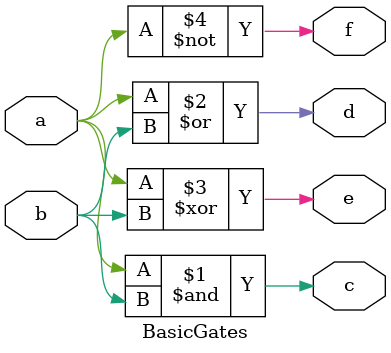
<source format=v>
module BasicGates(input a, b, output c, d, e, f);
  assign c = a & b;   // AND gate
  assign d = a | b;   // OR gate
  assign e = a ^ b;   // XOR gate
  assign f = ~a;      // NOT gate
endmodule

</source>
